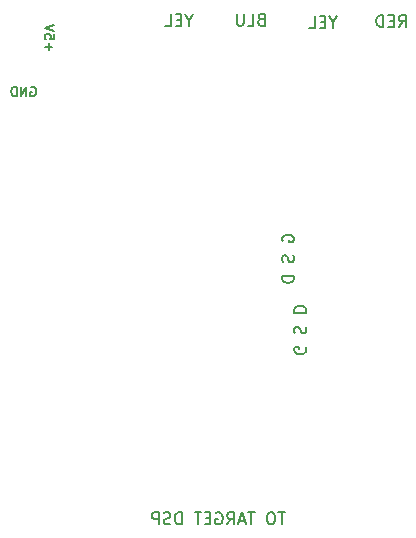
<source format=gbo>
G04 #@! TF.GenerationSoftware,KiCad,Pcbnew,(5.1.0-0)*
G04 #@! TF.CreationDate,2019-05-11T20:48:41+09:00*
G04 #@! TF.ProjectId,USBi_Programmer,55534269-5f50-4726-9f67-72616d6d6572,rev?*
G04 #@! TF.SameCoordinates,Original*
G04 #@! TF.FileFunction,Legend,Bot*
G04 #@! TF.FilePolarity,Positive*
%FSLAX46Y46*%
G04 Gerber Fmt 4.6, Leading zero omitted, Abs format (unit mm)*
G04 Created by KiCad (PCBNEW (5.1.0-0)) date 2019-05-11 20:48:41*
%MOMM*%
%LPD*%
G04 APERTURE LIST*
%ADD10C,0.150000*%
%ADD11C,0.200000*%
%ADD12O,1.900000X1.300000*%
%ADD13R,1.900000X1.300000*%
%ADD14C,1.901140*%
%ADD15O,2.127200X2.127200*%
%ADD16R,2.127200X2.127200*%
%ADD17R,2.432000X2.432000*%
%ADD18O,2.432000X2.432000*%
%ADD19C,4.100000*%
%ADD20C,2.200000*%
%ADD21R,2.200000X2.200000*%
%ADD22C,2.398980*%
G04 APERTURE END LIST*
D10*
X125387976Y-177188880D02*
X124816547Y-177188880D01*
X125102261Y-178188880D02*
X125102261Y-177188880D01*
X124292738Y-177188880D02*
X124102261Y-177188880D01*
X124007023Y-177236500D01*
X123911785Y-177331738D01*
X123864166Y-177522214D01*
X123864166Y-177855547D01*
X123911785Y-178046023D01*
X124007023Y-178141261D01*
X124102261Y-178188880D01*
X124292738Y-178188880D01*
X124387976Y-178141261D01*
X124483214Y-178046023D01*
X124530833Y-177855547D01*
X124530833Y-177522214D01*
X124483214Y-177331738D01*
X124387976Y-177236500D01*
X124292738Y-177188880D01*
X122816547Y-177188880D02*
X122245119Y-177188880D01*
X122530833Y-178188880D02*
X122530833Y-177188880D01*
X121959404Y-177903166D02*
X121483214Y-177903166D01*
X122054642Y-178188880D02*
X121721309Y-177188880D01*
X121387976Y-178188880D01*
X120483214Y-178188880D02*
X120816547Y-177712690D01*
X121054642Y-178188880D02*
X121054642Y-177188880D01*
X120673690Y-177188880D01*
X120578452Y-177236500D01*
X120530833Y-177284119D01*
X120483214Y-177379357D01*
X120483214Y-177522214D01*
X120530833Y-177617452D01*
X120578452Y-177665071D01*
X120673690Y-177712690D01*
X121054642Y-177712690D01*
X119530833Y-177236500D02*
X119626071Y-177188880D01*
X119768928Y-177188880D01*
X119911785Y-177236500D01*
X120007023Y-177331738D01*
X120054642Y-177426976D01*
X120102261Y-177617452D01*
X120102261Y-177760309D01*
X120054642Y-177950785D01*
X120007023Y-178046023D01*
X119911785Y-178141261D01*
X119768928Y-178188880D01*
X119673690Y-178188880D01*
X119530833Y-178141261D01*
X119483214Y-178093642D01*
X119483214Y-177760309D01*
X119673690Y-177760309D01*
X119054642Y-177665071D02*
X118721309Y-177665071D01*
X118578452Y-178188880D02*
X119054642Y-178188880D01*
X119054642Y-177188880D01*
X118578452Y-177188880D01*
X118292738Y-177188880D02*
X117721309Y-177188880D01*
X118007023Y-178188880D02*
X118007023Y-177188880D01*
X116626071Y-178188880D02*
X116626071Y-177188880D01*
X116387976Y-177188880D01*
X116245119Y-177236500D01*
X116149880Y-177331738D01*
X116102261Y-177426976D01*
X116054642Y-177617452D01*
X116054642Y-177760309D01*
X116102261Y-177950785D01*
X116149880Y-178046023D01*
X116245119Y-178141261D01*
X116387976Y-178188880D01*
X116626071Y-178188880D01*
X115673690Y-178141261D02*
X115530833Y-178188880D01*
X115292738Y-178188880D01*
X115197500Y-178141261D01*
X115149880Y-178093642D01*
X115102261Y-177998404D01*
X115102261Y-177903166D01*
X115149880Y-177807928D01*
X115197500Y-177760309D01*
X115292738Y-177712690D01*
X115483214Y-177665071D01*
X115578452Y-177617452D01*
X115626071Y-177569833D01*
X115673690Y-177474595D01*
X115673690Y-177379357D01*
X115626071Y-177284119D01*
X115578452Y-177236500D01*
X115483214Y-177188880D01*
X115245119Y-177188880D01*
X115102261Y-177236500D01*
X114673690Y-178188880D02*
X114673690Y-177188880D01*
X114292738Y-177188880D01*
X114197500Y-177236500D01*
X114149880Y-177284119D01*
X114102261Y-177379357D01*
X114102261Y-177522214D01*
X114149880Y-177617452D01*
X114197500Y-177665071D01*
X114292738Y-177712690D01*
X114673690Y-177712690D01*
X117252642Y-135548690D02*
X117252642Y-136024880D01*
X117585976Y-135024880D02*
X117252642Y-135548690D01*
X116919309Y-135024880D01*
X116585976Y-135501071D02*
X116252642Y-135501071D01*
X116109785Y-136024880D02*
X116585976Y-136024880D01*
X116585976Y-135024880D01*
X116109785Y-135024880D01*
X115205023Y-136024880D02*
X115681214Y-136024880D01*
X115681214Y-135024880D01*
X129444642Y-135675690D02*
X129444642Y-136151880D01*
X129777976Y-135151880D02*
X129444642Y-135675690D01*
X129111309Y-135151880D01*
X128777976Y-135628071D02*
X128444642Y-135628071D01*
X128301785Y-136151880D02*
X128777976Y-136151880D01*
X128777976Y-135151880D01*
X128301785Y-135151880D01*
X127397023Y-136151880D02*
X127873214Y-136151880D01*
X127873214Y-135151880D01*
X123348642Y-135437571D02*
X123205785Y-135485190D01*
X123158166Y-135532809D01*
X123110547Y-135628047D01*
X123110547Y-135770904D01*
X123158166Y-135866142D01*
X123205785Y-135913761D01*
X123301023Y-135961380D01*
X123681976Y-135961380D01*
X123681976Y-134961380D01*
X123348642Y-134961380D01*
X123253404Y-135009000D01*
X123205785Y-135056619D01*
X123158166Y-135151857D01*
X123158166Y-135247095D01*
X123205785Y-135342333D01*
X123253404Y-135389952D01*
X123348642Y-135437571D01*
X123681976Y-135437571D01*
X122205785Y-135961380D02*
X122681976Y-135961380D01*
X122681976Y-134961380D01*
X121872452Y-134961380D02*
X121872452Y-135770904D01*
X121824833Y-135866142D01*
X121777214Y-135913761D01*
X121681976Y-135961380D01*
X121491500Y-135961380D01*
X121396261Y-135913761D01*
X121348642Y-135866142D01*
X121301023Y-135770904D01*
X121301023Y-134961380D01*
X135008857Y-136088380D02*
X135342190Y-135612190D01*
X135580285Y-136088380D02*
X135580285Y-135088380D01*
X135199333Y-135088380D01*
X135104095Y-135136000D01*
X135056476Y-135183619D01*
X135008857Y-135278857D01*
X135008857Y-135421714D01*
X135056476Y-135516952D01*
X135104095Y-135564571D01*
X135199333Y-135612190D01*
X135580285Y-135612190D01*
X134580285Y-135564571D02*
X134246952Y-135564571D01*
X134104095Y-136088380D02*
X134580285Y-136088380D01*
X134580285Y-135088380D01*
X134104095Y-135088380D01*
X133675523Y-136088380D02*
X133675523Y-135088380D01*
X133437428Y-135088380D01*
X133294571Y-135136000D01*
X133199333Y-135231238D01*
X133151714Y-135326476D01*
X133104095Y-135516952D01*
X133104095Y-135659809D01*
X133151714Y-135850285D01*
X133199333Y-135945523D01*
X133294571Y-136040761D01*
X133437428Y-136088380D01*
X133675523Y-136088380D01*
X127119000Y-163210690D02*
X127166619Y-163305928D01*
X127166619Y-163448785D01*
X127119000Y-163591642D01*
X127023761Y-163686880D01*
X126928523Y-163734500D01*
X126738047Y-163782119D01*
X126595190Y-163782119D01*
X126404714Y-163734500D01*
X126309476Y-163686880D01*
X126214238Y-163591642D01*
X126166619Y-163448785D01*
X126166619Y-163353547D01*
X126214238Y-163210690D01*
X126261857Y-163163071D01*
X126595190Y-163163071D01*
X126595190Y-163353547D01*
X126214238Y-162020214D02*
X126166619Y-161877357D01*
X126166619Y-161639261D01*
X126214238Y-161544023D01*
X126261857Y-161496404D01*
X126357095Y-161448785D01*
X126452333Y-161448785D01*
X126547571Y-161496404D01*
X126595190Y-161544023D01*
X126642809Y-161639261D01*
X126690428Y-161829738D01*
X126738047Y-161924976D01*
X126785666Y-161972595D01*
X126880904Y-162020214D01*
X126976142Y-162020214D01*
X127071380Y-161972595D01*
X127119000Y-161924976D01*
X127166619Y-161829738D01*
X127166619Y-161591642D01*
X127119000Y-161448785D01*
X126166619Y-160258309D02*
X127166619Y-160258309D01*
X127166619Y-160020214D01*
X127119000Y-159877357D01*
X127023761Y-159782119D01*
X126928523Y-159734500D01*
X126738047Y-159686880D01*
X126595190Y-159686880D01*
X126404714Y-159734500D01*
X126309476Y-159782119D01*
X126214238Y-159877357D01*
X126166619Y-160020214D01*
X126166619Y-160258309D01*
X125166500Y-154225809D02*
X125118880Y-154130571D01*
X125118880Y-153987714D01*
X125166500Y-153844857D01*
X125261738Y-153749619D01*
X125356976Y-153702000D01*
X125547452Y-153654380D01*
X125690309Y-153654380D01*
X125880785Y-153702000D01*
X125976023Y-153749619D01*
X126071261Y-153844857D01*
X126118880Y-153987714D01*
X126118880Y-154082952D01*
X126071261Y-154225809D01*
X126023642Y-154273428D01*
X125690309Y-154273428D01*
X125690309Y-154082952D01*
X126071261Y-155416285D02*
X126118880Y-155559142D01*
X126118880Y-155797238D01*
X126071261Y-155892476D01*
X126023642Y-155940095D01*
X125928404Y-155987714D01*
X125833166Y-155987714D01*
X125737928Y-155940095D01*
X125690309Y-155892476D01*
X125642690Y-155797238D01*
X125595071Y-155606761D01*
X125547452Y-155511523D01*
X125499833Y-155463904D01*
X125404595Y-155416285D01*
X125309357Y-155416285D01*
X125214119Y-155463904D01*
X125166500Y-155511523D01*
X125118880Y-155606761D01*
X125118880Y-155844857D01*
X125166500Y-155987714D01*
X126118880Y-157178190D02*
X125118880Y-157178190D01*
X125118880Y-157416285D01*
X125166500Y-157559142D01*
X125261738Y-157654380D01*
X125356976Y-157702000D01*
X125547452Y-157749619D01*
X125690309Y-157749619D01*
X125880785Y-157702000D01*
X125976023Y-157654380D01*
X126071261Y-157559142D01*
X126118880Y-157416285D01*
X126118880Y-157178190D01*
D11*
X103860523Y-141205000D02*
X103936714Y-141166904D01*
X104051000Y-141166904D01*
X104165285Y-141205000D01*
X104241476Y-141281190D01*
X104279571Y-141357380D01*
X104317666Y-141509761D01*
X104317666Y-141624047D01*
X104279571Y-141776428D01*
X104241476Y-141852619D01*
X104165285Y-141928809D01*
X104051000Y-141966904D01*
X103974809Y-141966904D01*
X103860523Y-141928809D01*
X103822428Y-141890714D01*
X103822428Y-141624047D01*
X103974809Y-141624047D01*
X103479571Y-141966904D02*
X103479571Y-141166904D01*
X103022428Y-141966904D01*
X103022428Y-141166904D01*
X102641476Y-141966904D02*
X102641476Y-141166904D01*
X102451000Y-141166904D01*
X102336714Y-141205000D01*
X102260523Y-141281190D01*
X102222428Y-141357380D01*
X102184333Y-141509761D01*
X102184333Y-141624047D01*
X102222428Y-141776428D01*
X102260523Y-141852619D01*
X102336714Y-141928809D01*
X102451000Y-141966904D01*
X102641476Y-141966904D01*
X105352857Y-138061571D02*
X105352857Y-137452047D01*
X105048095Y-137756809D02*
X105657619Y-137756809D01*
X105848095Y-136690142D02*
X105848095Y-137071095D01*
X105467142Y-137109190D01*
X105505238Y-137071095D01*
X105543333Y-136994904D01*
X105543333Y-136804428D01*
X105505238Y-136728238D01*
X105467142Y-136690142D01*
X105390952Y-136652047D01*
X105200476Y-136652047D01*
X105124285Y-136690142D01*
X105086190Y-136728238D01*
X105048095Y-136804428D01*
X105048095Y-136994904D01*
X105086190Y-137071095D01*
X105124285Y-137109190D01*
X105848095Y-136423476D02*
X105048095Y-136156809D01*
X105848095Y-135890142D01*
%LPC*%
D12*
X124206000Y-161798000D03*
X124206000Y-160528000D03*
D13*
X124206000Y-163068000D03*
D14*
X109220000Y-139065000D03*
X109220000Y-136525000D03*
X115062000Y-165544000D03*
X112522000Y-165544000D03*
D15*
X107315000Y-167640000D03*
X104775000Y-167640000D03*
X107315000Y-165100000D03*
X104775000Y-165100000D03*
X107315000Y-162560000D03*
X104775000Y-162560000D03*
X107315000Y-160020000D03*
X104775000Y-160020000D03*
X107315000Y-157480000D03*
X104775000Y-157480000D03*
X107315000Y-154940000D03*
X104775000Y-154940000D03*
X107315000Y-152400000D03*
X104775000Y-152400000D03*
X107315000Y-149860000D03*
X104775000Y-149860000D03*
X107315000Y-147320000D03*
X104775000Y-147320000D03*
X107315000Y-144780000D03*
D16*
X104775000Y-144780000D03*
D17*
X103205000Y-136935000D03*
D18*
X103205000Y-139475000D03*
D16*
X132715000Y-144780000D03*
D15*
X135255000Y-144780000D03*
X132715000Y-147320000D03*
X135255000Y-147320000D03*
X132715000Y-149860000D03*
X135255000Y-149860000D03*
X132715000Y-152400000D03*
X135255000Y-152400000D03*
X132715000Y-154940000D03*
X135255000Y-154940000D03*
X132715000Y-157480000D03*
X135255000Y-157480000D03*
X132715000Y-160020000D03*
X135255000Y-160020000D03*
X132715000Y-162560000D03*
X135255000Y-162560000D03*
X132715000Y-165100000D03*
X135255000Y-165100000D03*
X132715000Y-167640000D03*
X135255000Y-167640000D03*
D13*
X123444000Y-154432000D03*
D12*
X123444000Y-156972000D03*
X123444000Y-155702000D03*
D19*
X103759000Y-176530000D03*
X136271000Y-176530000D03*
D20*
X127239000Y-137811000D03*
D21*
X129779000Y-137811000D03*
X123739000Y-137811000D03*
D20*
X121199000Y-137811000D03*
X115199000Y-137811000D03*
D21*
X117739000Y-137811000D03*
X135739000Y-137811000D03*
D20*
X133199000Y-137811000D03*
D16*
X115062000Y-175260000D03*
D15*
X115062000Y-172720000D03*
X117602000Y-175260000D03*
X117602000Y-172720000D03*
X120142000Y-175260000D03*
X120142000Y-172720000D03*
X122682000Y-175260000D03*
X122682000Y-172720000D03*
X125222000Y-175260000D03*
X125222000Y-172720000D03*
D10*
G36*
X112418530Y-148984398D02*
G01*
X112476749Y-148993034D01*
X112533842Y-149007335D01*
X112589257Y-149027163D01*
X112642463Y-149052327D01*
X112692945Y-149082585D01*
X112740219Y-149117646D01*
X112783829Y-149157171D01*
X112823354Y-149200781D01*
X112858415Y-149248055D01*
X112888673Y-149298537D01*
X112913837Y-149351743D01*
X112933665Y-149407158D01*
X112947966Y-149464251D01*
X112956602Y-149522470D01*
X112959490Y-149581255D01*
X112959490Y-150780745D01*
X112956602Y-150839530D01*
X112947966Y-150897749D01*
X112933665Y-150954842D01*
X112913837Y-151010257D01*
X112888673Y-151063463D01*
X112858415Y-151113945D01*
X112823354Y-151161219D01*
X112783829Y-151204829D01*
X112740219Y-151244354D01*
X112692945Y-151279415D01*
X112642463Y-151309673D01*
X112589257Y-151334837D01*
X112533842Y-151354665D01*
X112476749Y-151368966D01*
X112418530Y-151377602D01*
X112359745Y-151380490D01*
X111160255Y-151380490D01*
X111101470Y-151377602D01*
X111043251Y-151368966D01*
X110986158Y-151354665D01*
X110930743Y-151334837D01*
X110877537Y-151309673D01*
X110827055Y-151279415D01*
X110779781Y-151244354D01*
X110736171Y-151204829D01*
X110696646Y-151161219D01*
X110661585Y-151113945D01*
X110631327Y-151063463D01*
X110606163Y-151010257D01*
X110586335Y-150954842D01*
X110572034Y-150897749D01*
X110563398Y-150839530D01*
X110560510Y-150780745D01*
X110560510Y-149581255D01*
X110563398Y-149522470D01*
X110572034Y-149464251D01*
X110586335Y-149407158D01*
X110606163Y-149351743D01*
X110631327Y-149298537D01*
X110661585Y-149248055D01*
X110696646Y-149200781D01*
X110736171Y-149157171D01*
X110779781Y-149117646D01*
X110827055Y-149082585D01*
X110877537Y-149052327D01*
X110930743Y-149027163D01*
X110986158Y-149007335D01*
X111043251Y-148993034D01*
X111101470Y-148984398D01*
X111160255Y-148981510D01*
X112359745Y-148981510D01*
X112418530Y-148984398D01*
X112418530Y-148984398D01*
G37*
D22*
X111760000Y-150181000D03*
D10*
G36*
X112418530Y-141484398D02*
G01*
X112476749Y-141493034D01*
X112533842Y-141507335D01*
X112589257Y-141527163D01*
X112642463Y-141552327D01*
X112692945Y-141582585D01*
X112740219Y-141617646D01*
X112783829Y-141657171D01*
X112823354Y-141700781D01*
X112858415Y-141748055D01*
X112888673Y-141798537D01*
X112913837Y-141851743D01*
X112933665Y-141907158D01*
X112947966Y-141964251D01*
X112956602Y-142022470D01*
X112959490Y-142081255D01*
X112959490Y-143280745D01*
X112956602Y-143339530D01*
X112947966Y-143397749D01*
X112933665Y-143454842D01*
X112913837Y-143510257D01*
X112888673Y-143563463D01*
X112858415Y-143613945D01*
X112823354Y-143661219D01*
X112783829Y-143704829D01*
X112740219Y-143744354D01*
X112692945Y-143779415D01*
X112642463Y-143809673D01*
X112589257Y-143834837D01*
X112533842Y-143854665D01*
X112476749Y-143868966D01*
X112418530Y-143877602D01*
X112359745Y-143880490D01*
X111160255Y-143880490D01*
X111101470Y-143877602D01*
X111043251Y-143868966D01*
X110986158Y-143854665D01*
X110930743Y-143834837D01*
X110877537Y-143809673D01*
X110827055Y-143779415D01*
X110779781Y-143744354D01*
X110736171Y-143704829D01*
X110696646Y-143661219D01*
X110661585Y-143613945D01*
X110631327Y-143563463D01*
X110606163Y-143510257D01*
X110586335Y-143454842D01*
X110572034Y-143397749D01*
X110563398Y-143339530D01*
X110560510Y-143280745D01*
X110560510Y-142081255D01*
X110563398Y-142022470D01*
X110572034Y-141964251D01*
X110586335Y-141907158D01*
X110606163Y-141851743D01*
X110631327Y-141798537D01*
X110661585Y-141748055D01*
X110696646Y-141700781D01*
X110736171Y-141657171D01*
X110779781Y-141617646D01*
X110827055Y-141582585D01*
X110877537Y-141552327D01*
X110930743Y-141527163D01*
X110986158Y-141507335D01*
X111043251Y-141493034D01*
X111101470Y-141484398D01*
X111160255Y-141481510D01*
X112359745Y-141481510D01*
X112418530Y-141484398D01*
X112418530Y-141484398D01*
G37*
D22*
X111760000Y-142681000D03*
D10*
G36*
X112859530Y-159585398D02*
G01*
X112917749Y-159594034D01*
X112974842Y-159608335D01*
X113030257Y-159628163D01*
X113083463Y-159653327D01*
X113133945Y-159683585D01*
X113181219Y-159718646D01*
X113224829Y-159758171D01*
X113264354Y-159801781D01*
X113299415Y-159849055D01*
X113329673Y-159899537D01*
X113354837Y-159952743D01*
X113374665Y-160008158D01*
X113388966Y-160065251D01*
X113397602Y-160123470D01*
X113400490Y-160182255D01*
X113400490Y-161381745D01*
X113397602Y-161440530D01*
X113388966Y-161498749D01*
X113374665Y-161555842D01*
X113354837Y-161611257D01*
X113329673Y-161664463D01*
X113299415Y-161714945D01*
X113264354Y-161762219D01*
X113224829Y-161805829D01*
X113181219Y-161845354D01*
X113133945Y-161880415D01*
X113083463Y-161910673D01*
X113030257Y-161935837D01*
X112974842Y-161955665D01*
X112917749Y-161969966D01*
X112859530Y-161978602D01*
X112800745Y-161981490D01*
X111601255Y-161981490D01*
X111542470Y-161978602D01*
X111484251Y-161969966D01*
X111427158Y-161955665D01*
X111371743Y-161935837D01*
X111318537Y-161910673D01*
X111268055Y-161880415D01*
X111220781Y-161845354D01*
X111177171Y-161805829D01*
X111137646Y-161762219D01*
X111102585Y-161714945D01*
X111072327Y-161664463D01*
X111047163Y-161611257D01*
X111027335Y-161555842D01*
X111013034Y-161498749D01*
X111004398Y-161440530D01*
X111001510Y-161381745D01*
X111001510Y-160182255D01*
X111004398Y-160123470D01*
X111013034Y-160065251D01*
X111027335Y-160008158D01*
X111047163Y-159952743D01*
X111072327Y-159899537D01*
X111102585Y-159849055D01*
X111137646Y-159801781D01*
X111177171Y-159758171D01*
X111220781Y-159718646D01*
X111268055Y-159683585D01*
X111318537Y-159653327D01*
X111371743Y-159628163D01*
X111427158Y-159608335D01*
X111484251Y-159594034D01*
X111542470Y-159585398D01*
X111601255Y-159582510D01*
X112800745Y-159582510D01*
X112859530Y-159585398D01*
X112859530Y-159585398D01*
G37*
D22*
X112201000Y-160782000D03*
D10*
G36*
X120359530Y-159585398D02*
G01*
X120417749Y-159594034D01*
X120474842Y-159608335D01*
X120530257Y-159628163D01*
X120583463Y-159653327D01*
X120633945Y-159683585D01*
X120681219Y-159718646D01*
X120724829Y-159758171D01*
X120764354Y-159801781D01*
X120799415Y-159849055D01*
X120829673Y-159899537D01*
X120854837Y-159952743D01*
X120874665Y-160008158D01*
X120888966Y-160065251D01*
X120897602Y-160123470D01*
X120900490Y-160182255D01*
X120900490Y-161381745D01*
X120897602Y-161440530D01*
X120888966Y-161498749D01*
X120874665Y-161555842D01*
X120854837Y-161611257D01*
X120829673Y-161664463D01*
X120799415Y-161714945D01*
X120764354Y-161762219D01*
X120724829Y-161805829D01*
X120681219Y-161845354D01*
X120633945Y-161880415D01*
X120583463Y-161910673D01*
X120530257Y-161935837D01*
X120474842Y-161955665D01*
X120417749Y-161969966D01*
X120359530Y-161978602D01*
X120300745Y-161981490D01*
X119101255Y-161981490D01*
X119042470Y-161978602D01*
X118984251Y-161969966D01*
X118927158Y-161955665D01*
X118871743Y-161935837D01*
X118818537Y-161910673D01*
X118768055Y-161880415D01*
X118720781Y-161845354D01*
X118677171Y-161805829D01*
X118637646Y-161762219D01*
X118602585Y-161714945D01*
X118572327Y-161664463D01*
X118547163Y-161611257D01*
X118527335Y-161555842D01*
X118513034Y-161498749D01*
X118504398Y-161440530D01*
X118501510Y-161381745D01*
X118501510Y-160182255D01*
X118504398Y-160123470D01*
X118513034Y-160065251D01*
X118527335Y-160008158D01*
X118547163Y-159952743D01*
X118572327Y-159899537D01*
X118602585Y-159849055D01*
X118637646Y-159801781D01*
X118677171Y-159758171D01*
X118720781Y-159718646D01*
X118768055Y-159683585D01*
X118818537Y-159653327D01*
X118871743Y-159628163D01*
X118927158Y-159608335D01*
X118984251Y-159594034D01*
X119042470Y-159585398D01*
X119101255Y-159582510D01*
X120300745Y-159582510D01*
X120359530Y-159585398D01*
X120359530Y-159585398D01*
G37*
D22*
X119701000Y-160782000D03*
D10*
G36*
X120232530Y-152600398D02*
G01*
X120290749Y-152609034D01*
X120347842Y-152623335D01*
X120403257Y-152643163D01*
X120456463Y-152668327D01*
X120506945Y-152698585D01*
X120554219Y-152733646D01*
X120597829Y-152773171D01*
X120637354Y-152816781D01*
X120672415Y-152864055D01*
X120702673Y-152914537D01*
X120727837Y-152967743D01*
X120747665Y-153023158D01*
X120761966Y-153080251D01*
X120770602Y-153138470D01*
X120773490Y-153197255D01*
X120773490Y-154396745D01*
X120770602Y-154455530D01*
X120761966Y-154513749D01*
X120747665Y-154570842D01*
X120727837Y-154626257D01*
X120702673Y-154679463D01*
X120672415Y-154729945D01*
X120637354Y-154777219D01*
X120597829Y-154820829D01*
X120554219Y-154860354D01*
X120506945Y-154895415D01*
X120456463Y-154925673D01*
X120403257Y-154950837D01*
X120347842Y-154970665D01*
X120290749Y-154984966D01*
X120232530Y-154993602D01*
X120173745Y-154996490D01*
X118974255Y-154996490D01*
X118915470Y-154993602D01*
X118857251Y-154984966D01*
X118800158Y-154970665D01*
X118744743Y-154950837D01*
X118691537Y-154925673D01*
X118641055Y-154895415D01*
X118593781Y-154860354D01*
X118550171Y-154820829D01*
X118510646Y-154777219D01*
X118475585Y-154729945D01*
X118445327Y-154679463D01*
X118420163Y-154626257D01*
X118400335Y-154570842D01*
X118386034Y-154513749D01*
X118377398Y-154455530D01*
X118374510Y-154396745D01*
X118374510Y-153197255D01*
X118377398Y-153138470D01*
X118386034Y-153080251D01*
X118400335Y-153023158D01*
X118420163Y-152967743D01*
X118445327Y-152914537D01*
X118475585Y-152864055D01*
X118510646Y-152816781D01*
X118550171Y-152773171D01*
X118593781Y-152733646D01*
X118641055Y-152698585D01*
X118691537Y-152668327D01*
X118744743Y-152643163D01*
X118800158Y-152623335D01*
X118857251Y-152609034D01*
X118915470Y-152600398D01*
X118974255Y-152597510D01*
X120173745Y-152597510D01*
X120232530Y-152600398D01*
X120232530Y-152600398D01*
G37*
D22*
X119574000Y-153797000D03*
D10*
G36*
X112732530Y-152600398D02*
G01*
X112790749Y-152609034D01*
X112847842Y-152623335D01*
X112903257Y-152643163D01*
X112956463Y-152668327D01*
X113006945Y-152698585D01*
X113054219Y-152733646D01*
X113097829Y-152773171D01*
X113137354Y-152816781D01*
X113172415Y-152864055D01*
X113202673Y-152914537D01*
X113227837Y-152967743D01*
X113247665Y-153023158D01*
X113261966Y-153080251D01*
X113270602Y-153138470D01*
X113273490Y-153197255D01*
X113273490Y-154396745D01*
X113270602Y-154455530D01*
X113261966Y-154513749D01*
X113247665Y-154570842D01*
X113227837Y-154626257D01*
X113202673Y-154679463D01*
X113172415Y-154729945D01*
X113137354Y-154777219D01*
X113097829Y-154820829D01*
X113054219Y-154860354D01*
X113006945Y-154895415D01*
X112956463Y-154925673D01*
X112903257Y-154950837D01*
X112847842Y-154970665D01*
X112790749Y-154984966D01*
X112732530Y-154993602D01*
X112673745Y-154996490D01*
X111474255Y-154996490D01*
X111415470Y-154993602D01*
X111357251Y-154984966D01*
X111300158Y-154970665D01*
X111244743Y-154950837D01*
X111191537Y-154925673D01*
X111141055Y-154895415D01*
X111093781Y-154860354D01*
X111050171Y-154820829D01*
X111010646Y-154777219D01*
X110975585Y-154729945D01*
X110945327Y-154679463D01*
X110920163Y-154626257D01*
X110900335Y-154570842D01*
X110886034Y-154513749D01*
X110877398Y-154455530D01*
X110874510Y-154396745D01*
X110874510Y-153197255D01*
X110877398Y-153138470D01*
X110886034Y-153080251D01*
X110900335Y-153023158D01*
X110920163Y-152967743D01*
X110945327Y-152914537D01*
X110975585Y-152864055D01*
X111010646Y-152816781D01*
X111050171Y-152773171D01*
X111093781Y-152733646D01*
X111141055Y-152698585D01*
X111191537Y-152668327D01*
X111244743Y-152643163D01*
X111300158Y-152623335D01*
X111357251Y-152609034D01*
X111415470Y-152600398D01*
X111474255Y-152597510D01*
X112673745Y-152597510D01*
X112732530Y-152600398D01*
X112732530Y-152600398D01*
G37*
D22*
X112074000Y-153797000D03*
D10*
G36*
X120248530Y-156156398D02*
G01*
X120306749Y-156165034D01*
X120363842Y-156179335D01*
X120419257Y-156199163D01*
X120472463Y-156224327D01*
X120522945Y-156254585D01*
X120570219Y-156289646D01*
X120613829Y-156329171D01*
X120653354Y-156372781D01*
X120688415Y-156420055D01*
X120718673Y-156470537D01*
X120743837Y-156523743D01*
X120763665Y-156579158D01*
X120777966Y-156636251D01*
X120786602Y-156694470D01*
X120789490Y-156753255D01*
X120789490Y-157952745D01*
X120786602Y-158011530D01*
X120777966Y-158069749D01*
X120763665Y-158126842D01*
X120743837Y-158182257D01*
X120718673Y-158235463D01*
X120688415Y-158285945D01*
X120653354Y-158333219D01*
X120613829Y-158376829D01*
X120570219Y-158416354D01*
X120522945Y-158451415D01*
X120472463Y-158481673D01*
X120419257Y-158506837D01*
X120363842Y-158526665D01*
X120306749Y-158540966D01*
X120248530Y-158549602D01*
X120189745Y-158552490D01*
X118990255Y-158552490D01*
X118931470Y-158549602D01*
X118873251Y-158540966D01*
X118816158Y-158526665D01*
X118760743Y-158506837D01*
X118707537Y-158481673D01*
X118657055Y-158451415D01*
X118609781Y-158416354D01*
X118566171Y-158376829D01*
X118526646Y-158333219D01*
X118491585Y-158285945D01*
X118461327Y-158235463D01*
X118436163Y-158182257D01*
X118416335Y-158126842D01*
X118402034Y-158069749D01*
X118393398Y-158011530D01*
X118390510Y-157952745D01*
X118390510Y-156753255D01*
X118393398Y-156694470D01*
X118402034Y-156636251D01*
X118416335Y-156579158D01*
X118436163Y-156523743D01*
X118461327Y-156470537D01*
X118491585Y-156420055D01*
X118526646Y-156372781D01*
X118566171Y-156329171D01*
X118609781Y-156289646D01*
X118657055Y-156254585D01*
X118707537Y-156224327D01*
X118760743Y-156199163D01*
X118816158Y-156179335D01*
X118873251Y-156165034D01*
X118931470Y-156156398D01*
X118990255Y-156153510D01*
X120189745Y-156153510D01*
X120248530Y-156156398D01*
X120248530Y-156156398D01*
G37*
D22*
X119590000Y-157353000D03*
D10*
G36*
X112748530Y-156156398D02*
G01*
X112806749Y-156165034D01*
X112863842Y-156179335D01*
X112919257Y-156199163D01*
X112972463Y-156224327D01*
X113022945Y-156254585D01*
X113070219Y-156289646D01*
X113113829Y-156329171D01*
X113153354Y-156372781D01*
X113188415Y-156420055D01*
X113218673Y-156470537D01*
X113243837Y-156523743D01*
X113263665Y-156579158D01*
X113277966Y-156636251D01*
X113286602Y-156694470D01*
X113289490Y-156753255D01*
X113289490Y-157952745D01*
X113286602Y-158011530D01*
X113277966Y-158069749D01*
X113263665Y-158126842D01*
X113243837Y-158182257D01*
X113218673Y-158235463D01*
X113188415Y-158285945D01*
X113153354Y-158333219D01*
X113113829Y-158376829D01*
X113070219Y-158416354D01*
X113022945Y-158451415D01*
X112972463Y-158481673D01*
X112919257Y-158506837D01*
X112863842Y-158526665D01*
X112806749Y-158540966D01*
X112748530Y-158549602D01*
X112689745Y-158552490D01*
X111490255Y-158552490D01*
X111431470Y-158549602D01*
X111373251Y-158540966D01*
X111316158Y-158526665D01*
X111260743Y-158506837D01*
X111207537Y-158481673D01*
X111157055Y-158451415D01*
X111109781Y-158416354D01*
X111066171Y-158376829D01*
X111026646Y-158333219D01*
X110991585Y-158285945D01*
X110961327Y-158235463D01*
X110936163Y-158182257D01*
X110916335Y-158126842D01*
X110902034Y-158069749D01*
X110893398Y-158011530D01*
X110890510Y-157952745D01*
X110890510Y-156753255D01*
X110893398Y-156694470D01*
X110902034Y-156636251D01*
X110916335Y-156579158D01*
X110936163Y-156523743D01*
X110961327Y-156470537D01*
X110991585Y-156420055D01*
X111026646Y-156372781D01*
X111066171Y-156329171D01*
X111109781Y-156289646D01*
X111157055Y-156254585D01*
X111207537Y-156224327D01*
X111260743Y-156199163D01*
X111316158Y-156179335D01*
X111373251Y-156165034D01*
X111431470Y-156156398D01*
X111490255Y-156153510D01*
X112689745Y-156153510D01*
X112748530Y-156156398D01*
X112748530Y-156156398D01*
G37*
D22*
X112090000Y-157353000D03*
D10*
G36*
X121435530Y-148921398D02*
G01*
X121493749Y-148930034D01*
X121550842Y-148944335D01*
X121606257Y-148964163D01*
X121659463Y-148989327D01*
X121709945Y-149019585D01*
X121757219Y-149054646D01*
X121800829Y-149094171D01*
X121840354Y-149137781D01*
X121875415Y-149185055D01*
X121905673Y-149235537D01*
X121930837Y-149288743D01*
X121950665Y-149344158D01*
X121964966Y-149401251D01*
X121973602Y-149459470D01*
X121976490Y-149518255D01*
X121976490Y-150717745D01*
X121973602Y-150776530D01*
X121964966Y-150834749D01*
X121950665Y-150891842D01*
X121930837Y-150947257D01*
X121905673Y-151000463D01*
X121875415Y-151050945D01*
X121840354Y-151098219D01*
X121800829Y-151141829D01*
X121757219Y-151181354D01*
X121709945Y-151216415D01*
X121659463Y-151246673D01*
X121606257Y-151271837D01*
X121550842Y-151291665D01*
X121493749Y-151305966D01*
X121435530Y-151314602D01*
X121376745Y-151317490D01*
X120177255Y-151317490D01*
X120118470Y-151314602D01*
X120060251Y-151305966D01*
X120003158Y-151291665D01*
X119947743Y-151271837D01*
X119894537Y-151246673D01*
X119844055Y-151216415D01*
X119796781Y-151181354D01*
X119753171Y-151141829D01*
X119713646Y-151098219D01*
X119678585Y-151050945D01*
X119648327Y-151000463D01*
X119623163Y-150947257D01*
X119603335Y-150891842D01*
X119589034Y-150834749D01*
X119580398Y-150776530D01*
X119577510Y-150717745D01*
X119577510Y-149518255D01*
X119580398Y-149459470D01*
X119589034Y-149401251D01*
X119603335Y-149344158D01*
X119623163Y-149288743D01*
X119648327Y-149235537D01*
X119678585Y-149185055D01*
X119713646Y-149137781D01*
X119753171Y-149094171D01*
X119796781Y-149054646D01*
X119844055Y-149019585D01*
X119894537Y-148989327D01*
X119947743Y-148964163D01*
X120003158Y-148944335D01*
X120060251Y-148930034D01*
X120118470Y-148921398D01*
X120177255Y-148918510D01*
X121376745Y-148918510D01*
X121435530Y-148921398D01*
X121435530Y-148921398D01*
G37*
D22*
X120777000Y-150118000D03*
D10*
G36*
X121435530Y-141421398D02*
G01*
X121493749Y-141430034D01*
X121550842Y-141444335D01*
X121606257Y-141464163D01*
X121659463Y-141489327D01*
X121709945Y-141519585D01*
X121757219Y-141554646D01*
X121800829Y-141594171D01*
X121840354Y-141637781D01*
X121875415Y-141685055D01*
X121905673Y-141735537D01*
X121930837Y-141788743D01*
X121950665Y-141844158D01*
X121964966Y-141901251D01*
X121973602Y-141959470D01*
X121976490Y-142018255D01*
X121976490Y-143217745D01*
X121973602Y-143276530D01*
X121964966Y-143334749D01*
X121950665Y-143391842D01*
X121930837Y-143447257D01*
X121905673Y-143500463D01*
X121875415Y-143550945D01*
X121840354Y-143598219D01*
X121800829Y-143641829D01*
X121757219Y-143681354D01*
X121709945Y-143716415D01*
X121659463Y-143746673D01*
X121606257Y-143771837D01*
X121550842Y-143791665D01*
X121493749Y-143805966D01*
X121435530Y-143814602D01*
X121376745Y-143817490D01*
X120177255Y-143817490D01*
X120118470Y-143814602D01*
X120060251Y-143805966D01*
X120003158Y-143791665D01*
X119947743Y-143771837D01*
X119894537Y-143746673D01*
X119844055Y-143716415D01*
X119796781Y-143681354D01*
X119753171Y-143641829D01*
X119713646Y-143598219D01*
X119678585Y-143550945D01*
X119648327Y-143500463D01*
X119623163Y-143447257D01*
X119603335Y-143391842D01*
X119589034Y-143334749D01*
X119580398Y-143276530D01*
X119577510Y-143217745D01*
X119577510Y-142018255D01*
X119580398Y-141959470D01*
X119589034Y-141901251D01*
X119603335Y-141844158D01*
X119623163Y-141788743D01*
X119648327Y-141735537D01*
X119678585Y-141685055D01*
X119713646Y-141637781D01*
X119753171Y-141594171D01*
X119796781Y-141554646D01*
X119844055Y-141519585D01*
X119894537Y-141489327D01*
X119947743Y-141464163D01*
X120003158Y-141444335D01*
X120060251Y-141430034D01*
X120118470Y-141421398D01*
X120177255Y-141418510D01*
X121376745Y-141418510D01*
X121435530Y-141421398D01*
X121435530Y-141421398D01*
G37*
D22*
X120777000Y-142618000D03*
D10*
G36*
X117244530Y-141357398D02*
G01*
X117302749Y-141366034D01*
X117359842Y-141380335D01*
X117415257Y-141400163D01*
X117468463Y-141425327D01*
X117518945Y-141455585D01*
X117566219Y-141490646D01*
X117609829Y-141530171D01*
X117649354Y-141573781D01*
X117684415Y-141621055D01*
X117714673Y-141671537D01*
X117739837Y-141724743D01*
X117759665Y-141780158D01*
X117773966Y-141837251D01*
X117782602Y-141895470D01*
X117785490Y-141954255D01*
X117785490Y-143153745D01*
X117782602Y-143212530D01*
X117773966Y-143270749D01*
X117759665Y-143327842D01*
X117739837Y-143383257D01*
X117714673Y-143436463D01*
X117684415Y-143486945D01*
X117649354Y-143534219D01*
X117609829Y-143577829D01*
X117566219Y-143617354D01*
X117518945Y-143652415D01*
X117468463Y-143682673D01*
X117415257Y-143707837D01*
X117359842Y-143727665D01*
X117302749Y-143741966D01*
X117244530Y-143750602D01*
X117185745Y-143753490D01*
X115986255Y-143753490D01*
X115927470Y-143750602D01*
X115869251Y-143741966D01*
X115812158Y-143727665D01*
X115756743Y-143707837D01*
X115703537Y-143682673D01*
X115653055Y-143652415D01*
X115605781Y-143617354D01*
X115562171Y-143577829D01*
X115522646Y-143534219D01*
X115487585Y-143486945D01*
X115457327Y-143436463D01*
X115432163Y-143383257D01*
X115412335Y-143327842D01*
X115398034Y-143270749D01*
X115389398Y-143212530D01*
X115386510Y-143153745D01*
X115386510Y-141954255D01*
X115389398Y-141895470D01*
X115398034Y-141837251D01*
X115412335Y-141780158D01*
X115432163Y-141724743D01*
X115457327Y-141671537D01*
X115487585Y-141621055D01*
X115522646Y-141573781D01*
X115562171Y-141530171D01*
X115605781Y-141490646D01*
X115653055Y-141455585D01*
X115703537Y-141425327D01*
X115756743Y-141400163D01*
X115812158Y-141380335D01*
X115869251Y-141366034D01*
X115927470Y-141357398D01*
X115986255Y-141354510D01*
X117185745Y-141354510D01*
X117244530Y-141357398D01*
X117244530Y-141357398D01*
G37*
D22*
X116586000Y-142554000D03*
D10*
G36*
X117244530Y-148857398D02*
G01*
X117302749Y-148866034D01*
X117359842Y-148880335D01*
X117415257Y-148900163D01*
X117468463Y-148925327D01*
X117518945Y-148955585D01*
X117566219Y-148990646D01*
X117609829Y-149030171D01*
X117649354Y-149073781D01*
X117684415Y-149121055D01*
X117714673Y-149171537D01*
X117739837Y-149224743D01*
X117759665Y-149280158D01*
X117773966Y-149337251D01*
X117782602Y-149395470D01*
X117785490Y-149454255D01*
X117785490Y-150653745D01*
X117782602Y-150712530D01*
X117773966Y-150770749D01*
X117759665Y-150827842D01*
X117739837Y-150883257D01*
X117714673Y-150936463D01*
X117684415Y-150986945D01*
X117649354Y-151034219D01*
X117609829Y-151077829D01*
X117566219Y-151117354D01*
X117518945Y-151152415D01*
X117468463Y-151182673D01*
X117415257Y-151207837D01*
X117359842Y-151227665D01*
X117302749Y-151241966D01*
X117244530Y-151250602D01*
X117185745Y-151253490D01*
X115986255Y-151253490D01*
X115927470Y-151250602D01*
X115869251Y-151241966D01*
X115812158Y-151227665D01*
X115756743Y-151207837D01*
X115703537Y-151182673D01*
X115653055Y-151152415D01*
X115605781Y-151117354D01*
X115562171Y-151077829D01*
X115522646Y-151034219D01*
X115487585Y-150986945D01*
X115457327Y-150936463D01*
X115432163Y-150883257D01*
X115412335Y-150827842D01*
X115398034Y-150770749D01*
X115389398Y-150712530D01*
X115386510Y-150653745D01*
X115386510Y-149454255D01*
X115389398Y-149395470D01*
X115398034Y-149337251D01*
X115412335Y-149280158D01*
X115432163Y-149224743D01*
X115457327Y-149171537D01*
X115487585Y-149121055D01*
X115522646Y-149073781D01*
X115562171Y-149030171D01*
X115605781Y-148990646D01*
X115653055Y-148955585D01*
X115703537Y-148925327D01*
X115756743Y-148900163D01*
X115812158Y-148880335D01*
X115869251Y-148866034D01*
X115927470Y-148857398D01*
X115986255Y-148854510D01*
X117185745Y-148854510D01*
X117244530Y-148857398D01*
X117244530Y-148857398D01*
G37*
D22*
X116586000Y-150054000D03*
D10*
G36*
X125372530Y-148984398D02*
G01*
X125430749Y-148993034D01*
X125487842Y-149007335D01*
X125543257Y-149027163D01*
X125596463Y-149052327D01*
X125646945Y-149082585D01*
X125694219Y-149117646D01*
X125737829Y-149157171D01*
X125777354Y-149200781D01*
X125812415Y-149248055D01*
X125842673Y-149298537D01*
X125867837Y-149351743D01*
X125887665Y-149407158D01*
X125901966Y-149464251D01*
X125910602Y-149522470D01*
X125913490Y-149581255D01*
X125913490Y-150780745D01*
X125910602Y-150839530D01*
X125901966Y-150897749D01*
X125887665Y-150954842D01*
X125867837Y-151010257D01*
X125842673Y-151063463D01*
X125812415Y-151113945D01*
X125777354Y-151161219D01*
X125737829Y-151204829D01*
X125694219Y-151244354D01*
X125646945Y-151279415D01*
X125596463Y-151309673D01*
X125543257Y-151334837D01*
X125487842Y-151354665D01*
X125430749Y-151368966D01*
X125372530Y-151377602D01*
X125313745Y-151380490D01*
X124114255Y-151380490D01*
X124055470Y-151377602D01*
X123997251Y-151368966D01*
X123940158Y-151354665D01*
X123884743Y-151334837D01*
X123831537Y-151309673D01*
X123781055Y-151279415D01*
X123733781Y-151244354D01*
X123690171Y-151204829D01*
X123650646Y-151161219D01*
X123615585Y-151113945D01*
X123585327Y-151063463D01*
X123560163Y-151010257D01*
X123540335Y-150954842D01*
X123526034Y-150897749D01*
X123517398Y-150839530D01*
X123514510Y-150780745D01*
X123514510Y-149581255D01*
X123517398Y-149522470D01*
X123526034Y-149464251D01*
X123540335Y-149407158D01*
X123560163Y-149351743D01*
X123585327Y-149298537D01*
X123615585Y-149248055D01*
X123650646Y-149200781D01*
X123690171Y-149157171D01*
X123733781Y-149117646D01*
X123781055Y-149082585D01*
X123831537Y-149052327D01*
X123884743Y-149027163D01*
X123940158Y-149007335D01*
X123997251Y-148993034D01*
X124055470Y-148984398D01*
X124114255Y-148981510D01*
X125313745Y-148981510D01*
X125372530Y-148984398D01*
X125372530Y-148984398D01*
G37*
D22*
X124714000Y-150181000D03*
D10*
G36*
X125372530Y-141484398D02*
G01*
X125430749Y-141493034D01*
X125487842Y-141507335D01*
X125543257Y-141527163D01*
X125596463Y-141552327D01*
X125646945Y-141582585D01*
X125694219Y-141617646D01*
X125737829Y-141657171D01*
X125777354Y-141700781D01*
X125812415Y-141748055D01*
X125842673Y-141798537D01*
X125867837Y-141851743D01*
X125887665Y-141907158D01*
X125901966Y-141964251D01*
X125910602Y-142022470D01*
X125913490Y-142081255D01*
X125913490Y-143280745D01*
X125910602Y-143339530D01*
X125901966Y-143397749D01*
X125887665Y-143454842D01*
X125867837Y-143510257D01*
X125842673Y-143563463D01*
X125812415Y-143613945D01*
X125777354Y-143661219D01*
X125737829Y-143704829D01*
X125694219Y-143744354D01*
X125646945Y-143779415D01*
X125596463Y-143809673D01*
X125543257Y-143834837D01*
X125487842Y-143854665D01*
X125430749Y-143868966D01*
X125372530Y-143877602D01*
X125313745Y-143880490D01*
X124114255Y-143880490D01*
X124055470Y-143877602D01*
X123997251Y-143868966D01*
X123940158Y-143854665D01*
X123884743Y-143834837D01*
X123831537Y-143809673D01*
X123781055Y-143779415D01*
X123733781Y-143744354D01*
X123690171Y-143704829D01*
X123650646Y-143661219D01*
X123615585Y-143613945D01*
X123585327Y-143563463D01*
X123560163Y-143510257D01*
X123540335Y-143454842D01*
X123526034Y-143397749D01*
X123517398Y-143339530D01*
X123514510Y-143280745D01*
X123514510Y-142081255D01*
X123517398Y-142022470D01*
X123526034Y-141964251D01*
X123540335Y-141907158D01*
X123560163Y-141851743D01*
X123585327Y-141798537D01*
X123615585Y-141748055D01*
X123650646Y-141700781D01*
X123690171Y-141657171D01*
X123733781Y-141617646D01*
X123781055Y-141582585D01*
X123831537Y-141552327D01*
X123884743Y-141527163D01*
X123940158Y-141507335D01*
X123997251Y-141493034D01*
X124055470Y-141484398D01*
X124114255Y-141481510D01*
X125313745Y-141481510D01*
X125372530Y-141484398D01*
X125372530Y-141484398D01*
G37*
D22*
X124714000Y-142681000D03*
D10*
G36*
X121178530Y-165808398D02*
G01*
X121236749Y-165817034D01*
X121293842Y-165831335D01*
X121349257Y-165851163D01*
X121402463Y-165876327D01*
X121452945Y-165906585D01*
X121500219Y-165941646D01*
X121543829Y-165981171D01*
X121583354Y-166024781D01*
X121618415Y-166072055D01*
X121648673Y-166122537D01*
X121673837Y-166175743D01*
X121693665Y-166231158D01*
X121707966Y-166288251D01*
X121716602Y-166346470D01*
X121719490Y-166405255D01*
X121719490Y-167604745D01*
X121716602Y-167663530D01*
X121707966Y-167721749D01*
X121693665Y-167778842D01*
X121673837Y-167834257D01*
X121648673Y-167887463D01*
X121618415Y-167937945D01*
X121583354Y-167985219D01*
X121543829Y-168028829D01*
X121500219Y-168068354D01*
X121452945Y-168103415D01*
X121402463Y-168133673D01*
X121349257Y-168158837D01*
X121293842Y-168178665D01*
X121236749Y-168192966D01*
X121178530Y-168201602D01*
X121119745Y-168204490D01*
X119920255Y-168204490D01*
X119861470Y-168201602D01*
X119803251Y-168192966D01*
X119746158Y-168178665D01*
X119690743Y-168158837D01*
X119637537Y-168133673D01*
X119587055Y-168103415D01*
X119539781Y-168068354D01*
X119496171Y-168028829D01*
X119456646Y-167985219D01*
X119421585Y-167937945D01*
X119391327Y-167887463D01*
X119366163Y-167834257D01*
X119346335Y-167778842D01*
X119332034Y-167721749D01*
X119323398Y-167663530D01*
X119320510Y-167604745D01*
X119320510Y-166405255D01*
X119323398Y-166346470D01*
X119332034Y-166288251D01*
X119346335Y-166231158D01*
X119366163Y-166175743D01*
X119391327Y-166122537D01*
X119421585Y-166072055D01*
X119456646Y-166024781D01*
X119496171Y-165981171D01*
X119539781Y-165941646D01*
X119587055Y-165906585D01*
X119637537Y-165876327D01*
X119690743Y-165851163D01*
X119746158Y-165831335D01*
X119803251Y-165817034D01*
X119861470Y-165808398D01*
X119920255Y-165805510D01*
X121119745Y-165805510D01*
X121178530Y-165808398D01*
X121178530Y-165808398D01*
G37*
D22*
X120520000Y-167005000D03*
D10*
G36*
X128678530Y-165808398D02*
G01*
X128736749Y-165817034D01*
X128793842Y-165831335D01*
X128849257Y-165851163D01*
X128902463Y-165876327D01*
X128952945Y-165906585D01*
X129000219Y-165941646D01*
X129043829Y-165981171D01*
X129083354Y-166024781D01*
X129118415Y-166072055D01*
X129148673Y-166122537D01*
X129173837Y-166175743D01*
X129193665Y-166231158D01*
X129207966Y-166288251D01*
X129216602Y-166346470D01*
X129219490Y-166405255D01*
X129219490Y-167604745D01*
X129216602Y-167663530D01*
X129207966Y-167721749D01*
X129193665Y-167778842D01*
X129173837Y-167834257D01*
X129148673Y-167887463D01*
X129118415Y-167937945D01*
X129083354Y-167985219D01*
X129043829Y-168028829D01*
X129000219Y-168068354D01*
X128952945Y-168103415D01*
X128902463Y-168133673D01*
X128849257Y-168158837D01*
X128793842Y-168178665D01*
X128736749Y-168192966D01*
X128678530Y-168201602D01*
X128619745Y-168204490D01*
X127420255Y-168204490D01*
X127361470Y-168201602D01*
X127303251Y-168192966D01*
X127246158Y-168178665D01*
X127190743Y-168158837D01*
X127137537Y-168133673D01*
X127087055Y-168103415D01*
X127039781Y-168068354D01*
X126996171Y-168028829D01*
X126956646Y-167985219D01*
X126921585Y-167937945D01*
X126891327Y-167887463D01*
X126866163Y-167834257D01*
X126846335Y-167778842D01*
X126832034Y-167721749D01*
X126823398Y-167663530D01*
X126820510Y-167604745D01*
X126820510Y-166405255D01*
X126823398Y-166346470D01*
X126832034Y-166288251D01*
X126846335Y-166231158D01*
X126866163Y-166175743D01*
X126891327Y-166122537D01*
X126921585Y-166072055D01*
X126956646Y-166024781D01*
X126996171Y-165981171D01*
X127039781Y-165941646D01*
X127087055Y-165906585D01*
X127137537Y-165876327D01*
X127190743Y-165851163D01*
X127246158Y-165831335D01*
X127303251Y-165817034D01*
X127361470Y-165808398D01*
X127420255Y-165805510D01*
X128619745Y-165805510D01*
X128678530Y-165808398D01*
X128678530Y-165808398D01*
G37*
D22*
X128020000Y-167005000D03*
D10*
G36*
X129182530Y-141484398D02*
G01*
X129240749Y-141493034D01*
X129297842Y-141507335D01*
X129353257Y-141527163D01*
X129406463Y-141552327D01*
X129456945Y-141582585D01*
X129504219Y-141617646D01*
X129547829Y-141657171D01*
X129587354Y-141700781D01*
X129622415Y-141748055D01*
X129652673Y-141798537D01*
X129677837Y-141851743D01*
X129697665Y-141907158D01*
X129711966Y-141964251D01*
X129720602Y-142022470D01*
X129723490Y-142081255D01*
X129723490Y-143280745D01*
X129720602Y-143339530D01*
X129711966Y-143397749D01*
X129697665Y-143454842D01*
X129677837Y-143510257D01*
X129652673Y-143563463D01*
X129622415Y-143613945D01*
X129587354Y-143661219D01*
X129547829Y-143704829D01*
X129504219Y-143744354D01*
X129456945Y-143779415D01*
X129406463Y-143809673D01*
X129353257Y-143834837D01*
X129297842Y-143854665D01*
X129240749Y-143868966D01*
X129182530Y-143877602D01*
X129123745Y-143880490D01*
X127924255Y-143880490D01*
X127865470Y-143877602D01*
X127807251Y-143868966D01*
X127750158Y-143854665D01*
X127694743Y-143834837D01*
X127641537Y-143809673D01*
X127591055Y-143779415D01*
X127543781Y-143744354D01*
X127500171Y-143704829D01*
X127460646Y-143661219D01*
X127425585Y-143613945D01*
X127395327Y-143563463D01*
X127370163Y-143510257D01*
X127350335Y-143454842D01*
X127336034Y-143397749D01*
X127327398Y-143339530D01*
X127324510Y-143280745D01*
X127324510Y-142081255D01*
X127327398Y-142022470D01*
X127336034Y-141964251D01*
X127350335Y-141907158D01*
X127370163Y-141851743D01*
X127395327Y-141798537D01*
X127425585Y-141748055D01*
X127460646Y-141700781D01*
X127500171Y-141657171D01*
X127543781Y-141617646D01*
X127591055Y-141582585D01*
X127641537Y-141552327D01*
X127694743Y-141527163D01*
X127750158Y-141507335D01*
X127807251Y-141493034D01*
X127865470Y-141484398D01*
X127924255Y-141481510D01*
X129123745Y-141481510D01*
X129182530Y-141484398D01*
X129182530Y-141484398D01*
G37*
D22*
X128524000Y-142681000D03*
D10*
G36*
X129182530Y-148984398D02*
G01*
X129240749Y-148993034D01*
X129297842Y-149007335D01*
X129353257Y-149027163D01*
X129406463Y-149052327D01*
X129456945Y-149082585D01*
X129504219Y-149117646D01*
X129547829Y-149157171D01*
X129587354Y-149200781D01*
X129622415Y-149248055D01*
X129652673Y-149298537D01*
X129677837Y-149351743D01*
X129697665Y-149407158D01*
X129711966Y-149464251D01*
X129720602Y-149522470D01*
X129723490Y-149581255D01*
X129723490Y-150780745D01*
X129720602Y-150839530D01*
X129711966Y-150897749D01*
X129697665Y-150954842D01*
X129677837Y-151010257D01*
X129652673Y-151063463D01*
X129622415Y-151113945D01*
X129587354Y-151161219D01*
X129547829Y-151204829D01*
X129504219Y-151244354D01*
X129456945Y-151279415D01*
X129406463Y-151309673D01*
X129353257Y-151334837D01*
X129297842Y-151354665D01*
X129240749Y-151368966D01*
X129182530Y-151377602D01*
X129123745Y-151380490D01*
X127924255Y-151380490D01*
X127865470Y-151377602D01*
X127807251Y-151368966D01*
X127750158Y-151354665D01*
X127694743Y-151334837D01*
X127641537Y-151309673D01*
X127591055Y-151279415D01*
X127543781Y-151244354D01*
X127500171Y-151204829D01*
X127460646Y-151161219D01*
X127425585Y-151113945D01*
X127395327Y-151063463D01*
X127370163Y-151010257D01*
X127350335Y-150954842D01*
X127336034Y-150897749D01*
X127327398Y-150839530D01*
X127324510Y-150780745D01*
X127324510Y-149581255D01*
X127327398Y-149522470D01*
X127336034Y-149464251D01*
X127350335Y-149407158D01*
X127370163Y-149351743D01*
X127395327Y-149298537D01*
X127425585Y-149248055D01*
X127460646Y-149200781D01*
X127500171Y-149157171D01*
X127543781Y-149117646D01*
X127591055Y-149082585D01*
X127641537Y-149052327D01*
X127694743Y-149027163D01*
X127750158Y-149007335D01*
X127807251Y-148993034D01*
X127865470Y-148984398D01*
X127924255Y-148981510D01*
X129123745Y-148981510D01*
X129182530Y-148984398D01*
X129182530Y-148984398D01*
G37*
D22*
X128524000Y-150181000D03*
M02*

</source>
